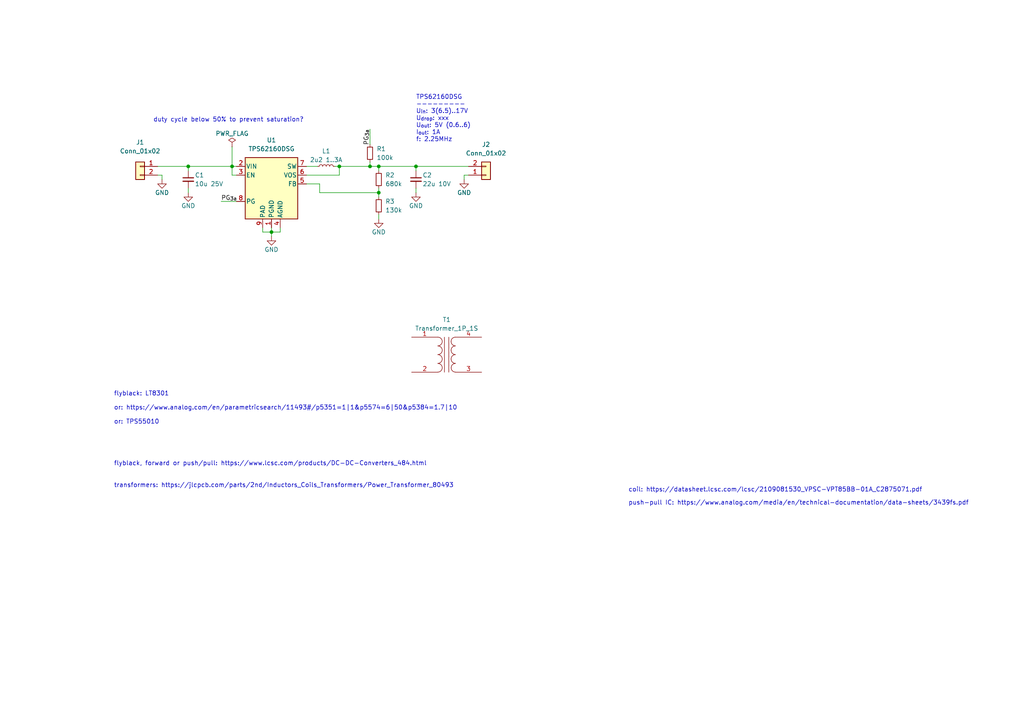
<source format=kicad_sch>
(kicad_sch (version 20230121) (generator eeschema)
  (paper "A4")
  (lib_symbols
    (symbol "Connector_Generic:Conn_01x02" (pin_names (offset 1.016) hide)
      (property "Reference" "J" (at 0 2.54 0))
      (property "Value" "Conn_01x02" (at 0 -5.08 0))
      (symbol "Conn_01x02_1_1"
        (rectangle (start -1.27 -2.413) (end 0 -2.667) (stroke (width 0.1524)))
        (rectangle (start -1.27 0.127) (end 0 -0.127) (stroke (width 0.1524)))
        (rectangle (start -1.27 1.27) (end 1.27 -3.81) (stroke (width 0.254)) (fill (type background)))
        (pin passive line (at -5.08 0 0) (length 3.81) (name "Pin_1") (number "1"))
        (pin passive line (at -5.08 -2.54 0) (length 3.81) (name "Pin_2") (number "2"))
      )
    )
    (symbol "Device:C_Small" (pin_numbers hide) (pin_names (offset 0.254) hide)
      (property "Reference" "C" (at 0.254 1.778 0))
      (property "Value" "C_Small" (at 0.254 -2.032 0))
      (symbol "C_Small_0_1"
        (polyline (pts (xy -1.524 -0.508) (xy 1.524 -0.508)) (stroke (width 0.3302)))
        (polyline (pts (xy -1.524 0.508) (xy 1.524 0.508)) (stroke (width 0.3048)))
      )
      (symbol "C_Small_1_1"
        (pin passive line (at 0 2.54 270) (length 2.032) (name "~") (number "1"))
        (pin passive line (at 0 -2.54 90) (length 2.032) (name "~") (number "2"))
      )
    )
    (symbol "Device:L_Small" (pin_numbers hide) (pin_names (offset 0.254) hide)
      (property "Reference" "L" (at 0.762 1.016 0))
      (property "Value" "L_Small" (at 0.762 -1.016 0))
      (symbol "L_Small_0_1"
        (arc (start 0 -2.032) (mid 0.5058 -1.524) (end 0 -1.016))
        (arc (start 0 -1.016) (mid 0.5058 -0.508) (end 0 0))
        (arc (start 0 0) (mid 0.5058 0.508) (end 0 1.016))
        (arc (start 0 1.016) (mid 0.5058 1.524) (end 0 2.032))
      )
      (symbol "L_Small_1_1"
        (pin passive line (at 0 2.54 270) (length 0.508) (name "~") (number "1"))
        (pin passive line (at 0 -2.54 90) (length 0.508) (name "~") (number "2"))
      )
    )
    (symbol "Device:R_Small" (pin_numbers hide) (pin_names (offset 0.254) hide)
      (property "Reference" "R" (at 0.762 0.508 0))
      (property "Value" "R_Small" (at 0.762 -1.016 0))
      (symbol "R_Small_0_1"
        (rectangle (start -0.762 1.778) (end 0.762 -1.778) (stroke (width 0.2032)))
      )
      (symbol "R_Small_1_1"
        (pin passive line (at 0 2.54 270) (length 0.762) (name "~") (number "1"))
        (pin passive line (at 0 -2.54 90) (length 0.762) (name "~") (number "2"))
      )
    )
    (symbol "Device:Transformer_1P_1S" (pin_names (offset 1.016) hide)
      (property "Reference" "T" (at 0 6.35 0))
      (property "Value" "Transformer_1P_1S" (at 0 -7.62 0))
      (symbol "Transformer_1P_1S_0_1"
        (arc (start -2.54 -5.0546) (mid -1.6599 -4.6901) (end -1.27 -3.81))
        (arc (start -2.54 -2.5146) (mid -1.6599 -2.1501) (end -1.27 -1.27))
        (arc (start -2.54 0.0254) (mid -1.6599 0.3899) (end -1.27 1.27))
        (arc (start -2.54 2.5654) (mid -1.6599 2.9299) (end -1.27 3.81))
        (arc (start -1.27 -3.81) (mid -1.642 -2.912) (end -2.54 -2.54))
        (arc (start -1.27 -1.27) (mid -1.642 -0.372) (end -2.54 0))
        (arc (start -1.27 1.27) (mid -1.642 2.168) (end -2.54 2.54))
        (arc (start -1.27 3.81) (mid -1.642 4.708) (end -2.54 5.08))
        (polyline (pts (xy -0.635 5.08) (xy -0.635 -5.08)))
        (polyline (pts (xy 0.635 -5.08) (xy 0.635 5.08)))
        (arc (start 1.2954 -1.27) (mid 1.6599 -2.1501) (end 2.54 -2.5146))
        (arc (start 1.2954 1.27) (mid 1.6599 0.3899) (end 2.54 0.0254))
        (arc (start 1.2954 3.81) (mid 1.6599 2.9299) (end 2.54 2.5654))
        (arc (start 1.3208 -3.81) (mid 1.6853 -4.6901) (end 2.5654 -5.0546))
        (arc (start 2.54 0) (mid 1.642 -0.372) (end 1.2954 -1.27))
        (arc (start 2.54 2.54) (mid 1.642 2.168) (end 1.2954 1.27))
        (arc (start 2.54 5.08) (mid 1.642 4.708) (end 1.2954 3.81))
        (arc (start 2.5654 -2.54) (mid 1.6674 -2.912) (end 1.3208 -3.81))
      )
      (symbol "Transformer_1P_1S_1_1"
        (pin passive line (at -10.16 5.08 0) (length 7.62) (name "AA") (number "1"))
        (pin passive line (at -10.16 -5.08 0) (length 7.62) (name "AB") (number "2"))
        (pin passive line (at 10.16 -5.08 180) (length 7.62) (name "SA") (number "3"))
        (pin passive line (at 10.16 5.08 180) (length 7.62) (name "SB") (number "4"))
      )
    )
    (symbol "Regulator_Switching:TPS62160DSG" (pin_names (offset 0.254))
      (property "Reference" "U" (at -7.62 11.43 0))
      (property "Value" "TPS62160DSG" (at -1.27 11.43 0))
      (symbol "TPS62160DSG_0_1"
        (rectangle (start -7.62 10.16) (end 7.62 -7.62) (stroke (width 0.254)) (fill (type background)))
      )
      (symbol "TPS62160DSG_1_1"
        (pin power_in line (at 0 -10.16 90) (length 2.54) (name "PGND") (number "1"))
        (pin power_in line (at -10.16 7.62 0) (length 2.54) (name "VIN") (number "2"))
        (pin input line (at -10.16 5.08 0) (length 2.54) (name "EN") (number "3"))
        (pin power_in line (at 2.54 -10.16 90) (length 2.54) (name "AGND") (number "4"))
        (pin input line (at 10.16 2.54 180) (length 2.54) (name "FB") (number "5"))
        (pin input line (at 10.16 5.08 180) (length 2.54) (name "VOS") (number "6"))
        (pin output line (at 10.16 7.62 180) (length 2.54) (name "SW") (number "7"))
        (pin open_collector line (at -10.16 -2.54 0) (length 2.54) (name "PG") (number "8"))
        (pin power_in line (at -2.54 -10.16 90) (length 2.54) (name "PAD") (number "9"))
      )
    )
    (symbol "power:GND" (power) (pin_names (offset 0))
      (property "Value" "GND" (at 0 -3.81 0))
      (symbol "GND_0_1"
        (polyline (pts (xy 0 0) (xy 0 -1.27) (xy 1.27 -1.27) (xy 0 -2.54) (xy -1.27 -1.27) (xy 0 -1.27)))
      )
      (symbol "GND_1_1"
        (pin power_in line (at 0 0 270) (length 0) hide (name "GND") (number "1"))
      )
    )
    (symbol "power:PWR_FLAG" (power) (pin_numbers hide) (pin_names (offset 0) hide)
      (property "Value" "PWR_FLAG" (at 0 3.81 0))
      (symbol "PWR_FLAG_0_0"
        (pin power_out line (at 0 0 90) (length 0) (name "pwr") (number "1"))
      )
      (symbol "PWR_FLAG_0_1"
        (polyline (pts (xy 0 0) (xy 0 1.27) (xy -1.016 1.905) (xy 0 2.54) (xy 1.016 1.905) (xy 0 1.27)))
      )
    )
  )
  (junction (at 78.74 67.31))
  (junction (at 67.31 48.26))
  (junction (at 107.315 48.26))
  (junction (at 109.855 55.88))
  (junction (at 120.65 48.26))
  (junction (at 54.61 48.26))
  (junction (at 109.855 48.26))
  (junction (at 98.425 48.26))
  (wire (pts (xy 98.425 48.26) (xy 107.315 48.26)))
  (wire (pts (xy 120.65 54.61) (xy 120.65 55.88)))
  (wire (pts (xy 67.31 42.545) (xy 67.31 48.26)))
  (wire (pts (xy 88.9 50.8) (xy 98.425 50.8)))
  (wire (pts (xy 109.855 48.26) (xy 120.65 48.26)))
  (wire (pts (xy 64.135 58.42) (xy 68.58 58.42)))
  (wire (pts (xy 46.99 50.8) (xy 45.72 50.8)))
  (wire (pts (xy 76.2 67.31) (xy 78.74 67.31)))
  (wire (pts (xy 45.72 48.26) (xy 54.61 48.26)))
  (wire (pts (xy 78.74 66.04) (xy 78.74 67.31)))
  (wire (pts (xy 92.71 55.88) (xy 109.855 55.88)))
  (wire (pts (xy 109.855 48.26) (xy 109.855 49.53)))
  (wire (pts (xy 109.855 62.23) (xy 109.855 63.5)))
  (wire (pts (xy 92.71 53.34) (xy 92.71 55.88)))
  (wire (pts (xy 76.2 66.04) (xy 76.2 67.31)))
  (wire (pts (xy 98.425 50.8) (xy 98.425 48.26)))
  (wire (pts (xy 109.855 55.88) (xy 109.855 57.15)))
  (wire (pts (xy 107.315 48.26) (xy 109.855 48.26)))
  (wire (pts (xy 68.58 50.8) (xy 67.31 50.8)))
  (wire (pts (xy 107.315 46.99) (xy 107.315 48.26)))
  (wire (pts (xy 78.74 67.31) (xy 78.74 68.58)))
  (wire (pts (xy 54.61 48.26) (xy 67.31 48.26)))
  (wire (pts (xy 81.28 67.31) (xy 81.28 66.04)))
  (wire (pts (xy 54.61 49.53) (xy 54.61 48.26)))
  (wire (pts (xy 134.62 52.07) (xy 134.62 50.8)))
  (wire (pts (xy 88.9 53.34) (xy 92.71 53.34)))
  (wire (pts (xy 120.65 48.26) (xy 120.65 49.53)))
  (wire (pts (xy 134.62 50.8) (xy 135.89 50.8)))
  (wire (pts (xy 54.61 54.61) (xy 54.61 55.88)))
  (wire (pts (xy 67.31 50.8) (xy 67.31 48.26)))
  (wire (pts (xy 67.31 48.26) (xy 68.58 48.26)))
  (wire (pts (xy 109.855 54.61) (xy 109.855 55.88)))
  (wire (pts (xy 98.425 48.26) (xy 97.155 48.26)))
  (wire (pts (xy 107.315 37.465) (xy 107.315 41.91)))
  (wire (pts (xy 46.99 52.07) (xy 46.99 50.8)))
  (wire (pts (xy 78.74 67.31) (xy 81.28 67.31)))
  (wire (pts (xy 88.9 48.26) (xy 92.075 48.26)))
  (wire (pts (xy 120.65 48.26) (xy 135.89 48.26)))
  (text "transformers: https://jlcpcb.com/parts/2nd/Inductors_Coils_Transformers/Power_Transformer_80493" (at 33.02 141.605 0) (effects (font (size 1.27 1.27)) (justify left bottom)))
  (text "flyblack, forward or push/pull: https://www.lcsc.com/products/DC-DC-Converters_484.html" (at 33.02 135.255 0) (effects (font (size 1.27 1.27)) (justify left bottom)))
  (text "flyblack: LT8301\n\nor: https://www.analog.com/en/parametricsearch/11493#/p5351=1|1&p5574=6|50&p5384=1.7|10\n\nor: TPS55010" (at 33.02 123.19 0) (effects (font (size 1.27 1.27)) (justify left bottom)))
  (text "coil: https://datasheet.lcsc.com/lcsc/2109081530_VPSC-VPT85BB-01A_C2875071.pdf" (at 182.245 142.875 0) (effects (font (size 1.27 1.27)) (justify left bottom)))
  (text "push-pull IC: https://www.analog.com/media/en/technical-documentation/data-sheets/3439fs.pdf" (at 182.245 146.685 0) (effects (font (size 1.27 1.27)) (justify left bottom)))
  (text "TPS62160DSG\n---------\nU_{in}: 3(6.5)..17V\nU_{drop}: xxx\nU_{out}: 5V (0.6..6)\nI_{out}: 1A\nf: 2.25MHz" (at 120.65 41.275 0) (effects (font (size 1.27 1.27)) (justify left bottom)))
  (text "duty cycle below 50% to prevent saturation?" (at 44.45 35.56 0) (effects (font (size 1.27 1.27)) (justify left bottom)))
  (label "PG_{3a}" (at 64.135 58.42 0))
  (label "PG_{3a}" (at 107.315 37.465 270))
  (symbol (lib_id "power:PWR_FLAG") (at 67.31 42.545 0) (unit 1)
    (property "Reference" "#FLG01" (effects hide))
    (property "Value" "PWR_FLAG" (at 67.31 38.735 0))
  )
  (symbol (lib_id "Device:C_Small") (at 54.61 52.07 0) (unit 1)
    (property "Reference" "C1" (at 56.515 50.8 0) (effects (justify left)))
    (property "Value" "10u 25V" (at 56.515 53.34 0) (effects (justify left)))
    (property "Footprint" "Capacitor_SMD:C_0603_1608Metric" (effects hide))
    (property "LCSC Part #" "C96446" (effects hide))
  )
  (symbol (lib_id "power:GND") (at 46.99 52.07 0) (unit 1)
    (property "Reference" "#PWR01" (effects hide))
    (property "Value" "GND" (at 46.99 55.88 0))
  )
  (symbol (lib_id "power:GND") (at 54.61 55.88 0) (unit 1)
    (property "Reference" "#PWR03" (effects hide))
    (property "Value" "GND" (at 54.61 59.69 0))
  )
  (symbol (lib_id "Device:R_Small") (at 107.315 44.45 0) (unit 1)
    (property "Reference" "R1" (at 109.22 43.18 0) (effects (justify left)))
    (property "Value" "100k" (at 109.22 45.72 0) (effects (justify left)))
    (property "Footprint" "Resistor_SMD:R_0603_1608Metric" (effects hide))
    (property "LCSC Part #" "C25803" (effects hide))
  )
  (symbol (lib_id "Connector_Generic:Conn_01x02") (at 40.64 48.26 0) (mirror y) (unit 1)
    (property "Reference" "J1" (at 40.64 41.275 0))
    (property "Value" "Conn_01x02" (at 40.64 43.815 0))
    (property "Footprint" "TerminalBlock_Phoenix:TerminalBlock_Phoenix_MKDS-1,5-2-5.08_1x02_P5.08mm_Horizontal" (effects hide))
    (property "LCSC Part #" "C8465" (effects hide))
  )
  (symbol (lib_id "power:GND") (at 120.65 55.88 0) (unit 1)
    (property "Reference" "#PWR04" (effects hide))
    (property "Value" "GND" (at 120.65 59.69 0))
  )
  (symbol (lib_id "Connector_Generic:Conn_01x02") (at 140.97 50.8 0) (mirror x) (unit 1)
    (property "Reference" "J2" (at 140.97 41.91 0))
    (property "Value" "Conn_01x02" (at 140.97 44.45 0))
    (property "Footprint" "TerminalBlock_Phoenix:TerminalBlock_Phoenix_MKDS-1,5-2-5.08_1x02_P5.08mm_Horizontal" (effects hide))
    (property "LCSC Part #" "C8465" (effects hide))
  )
  (symbol (lib_id "power:GND") (at 78.74 68.58 0) (unit 1)
    (property "Reference" "#PWR06" (effects hide))
    (property "Value" "GND" (at 78.74 72.39 0))
  )
  (symbol (lib_id "power:GND") (at 109.855 63.5 0) (unit 1)
    (property "Reference" "#PWR05" (effects hide))
    (property "Value" "GND" (at 109.855 67.31 0))
  )
  (symbol (lib_id "Device:Transformer_1P_1S") (at 129.54 102.87 0) (unit 1)
    (property "Reference" "T1" (at 129.5527 92.71 0))
    (property "Value" "Transformer_1P_1S" (at 129.5527 95.25 0))
  )
  (symbol (lib_id "Device:R_Small") (at 109.855 52.07 0) (unit 1)
    (property "Reference" "R2" (at 111.76 50.8 0) (effects (justify left)))
    (property "Value" "680k" (at 111.76 53.34 0) (effects (justify left)))
    (property "Footprint" "Resistor_SMD:R_0603_1608Metric" (effects hide))
    (property "LCSC Part #" "C25822" (effects hide))
  )
  (symbol (lib_id "Device:L_Small") (at 94.615 48.26 90) (unit 1)
    (property "Reference" "L1" (at 94.615 43.815 90))
    (property "Value" "2u2 1..3A" (at 94.615 46.355 90))
    (property "Footprint" "Inductor_SMD:L_Wuerth_MAPI-3015" (effects hide))
    (property "LCSC Part #" "C436631" (effects hide))
  )
  (symbol (lib_id "power:GND") (at 134.62 52.07 0) (unit 1)
    (property "Reference" "#PWR02" (effects hide))
    (property "Value" "GND" (at 134.62 55.88 0))
  )
  (symbol (lib_id "Regulator_Switching:TPS62160DSG") (at 78.74 55.88 0) (unit 1)
    (property "Reference" "U1" (at 78.74 40.64 0))
    (property "Value" "TPS62160DSG" (at 78.74 43.18 0))
    (property "Footprint" "Package_SON:WSON-8-1EP_2x2mm_P0.5mm_EP0.9x1.6mm_ThermalVias" (effects hide))
    (property "Datasheet" "http://www.ti.com/lit/ds/symlink/tps62160.pdf" (effects hide))
    (property "LCSC Part #" "C324077" (effects hide))
  )
  (symbol (lib_id "Device:C_Small") (at 120.65 52.07 0) (unit 1)
    (property "Reference" "C2" (at 122.555 50.8 0) (effects (justify left)))
    (property "Value" "22u 10V" (at 122.555 53.34 0) (effects (justify left)))
    (property "Footprint" "Capacitor_SMD:C_1206_3216Metric" (effects hide))
    (property "LCSC Part #" "C5672" (effects hide))
  )
  (symbol (lib_id "Device:R_Small") (at 109.855 59.69 0) (unit 1)
    (property "Reference" "R3" (at 111.76 58.42 0) (effects (justify left)))
    (property "Value" "130k" (at 111.76 60.96 0) (effects (justify left)))
    (property "Footprint" "Resistor_SMD:R_0603_1608Metric" (effects hide))
    (property "LCSC Part #" "C22795" (effects hide))
  )
)
</source>
